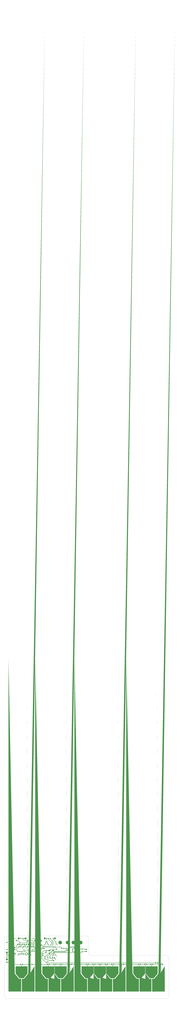
<source format=gbr>
%TF.GenerationSoftware,KiCad,Pcbnew,(6.0.7)*%
%TF.CreationDate,2023-07-12T13:06:09-04:00*%
%TF.ProjectId,Stylophone,5374796c-6f70-4686-9f6e-652e6b696361,rev?*%
%TF.SameCoordinates,Original*%
%TF.FileFunction,Copper,L1,Top*%
%TF.FilePolarity,Positive*%
%FSLAX46Y46*%
G04 Gerber Fmt 4.6, Leading zero omitted, Abs format (unit mm)*
G04 Created by KiCad (PCBNEW (6.0.7)) date 2023-07-12 13:06:09*
%MOMM*%
%LPD*%
G01*
G04 APERTURE LIST*
G04 Aperture macros list*
%AMRoundRect*
0 Rectangle with rounded corners*
0 $1 Rounding radius*
0 $2 $3 $4 $5 $6 $7 $8 $9 X,Y pos of 4 corners*
0 Add a 4 corners polygon primitive as box body*
4,1,4,$2,$3,$4,$5,$6,$7,$8,$9,$2,$3,0*
0 Add four circle primitives for the rounded corners*
1,1,$1+$1,$2,$3*
1,1,$1+$1,$4,$5*
1,1,$1+$1,$6,$7*
1,1,$1+$1,$8,$9*
0 Add four rect primitives between the rounded corners*
20,1,$1+$1,$2,$3,$4,$5,0*
20,1,$1+$1,$4,$5,$6,$7,0*
20,1,$1+$1,$6,$7,$8,$9,0*
20,1,$1+$1,$8,$9,$2,$3,0*%
%AMFreePoly0*
4,1,45,2.512662,7.087767,2.516726,7.088432,2.520033,7.086467,2.530782,7.084572,2.549099,7.069202,2.569656,7.056991,7.069656,1.556992,7.084947,1.529730,7.084757,1.514405,7.090000,1.500000,7.090000,-7.000000,7.087939,-7.011690,7.088633,-7.015628,7.086634,-7.019091,7.084572,-7.030782,7.069543,-7.048693,7.057851,-7.068944,7.050220,-7.071722,7.045000,-7.077942,7.021973,-7.082003,
7.000000,-7.090000,-7.000000,-7.090000,-7.011690,-7.087939,-7.015628,-7.088633,-7.019091,-7.086634,-7.030782,-7.084572,-7.048693,-7.069543,-7.068944,-7.057851,-7.071722,-7.050220,-7.077942,-7.045000,-7.082003,-7.021973,-7.090000,-7.000000,-7.090000,1.500000,-7.084572,1.530782,-7.074719,1.542524,-7.069656,1.556991,-2.569656,7.056991,-2.559911,7.065376,-2.557851,7.068944,-2.554235,7.070260,
-2.545963,7.077378,-2.522471,7.081821,-2.500000,7.090000,2.500000,7.090000,2.512662,7.087767,2.512662,7.087767,$1*%
%AMFreePoly1*
4,1,58,7.511690,15.087939,7.515628,15.088633,7.519091,15.086634,7.530782,15.084572,7.548693,15.069543,7.568944,15.057851,7.571722,15.050220,7.577942,15.045000,7.582003,15.021973,7.590000,15.000000,7.590000,-15.000000,7.587939,-15.011690,7.588633,-15.015628,7.586634,-15.019091,7.584572,-15.030782,7.569543,-15.048693,7.557851,-15.068944,7.550220,-15.071722,7.545000,-15.077942,7.521973,-15.082003,
7.500000,-15.090000,-7.500000,-15.090000,-7.511690,-15.087939,-7.515628,-15.088633,-7.519091,-15.086634,-7.530782,-15.084572,-7.548693,-15.069543,-7.568944,-15.057851,-7.571722,-15.050220,-7.577942,-15.045000,-7.582003,-15.021973,-7.590000,-15.000000,-7.590000,0.000000,-7.587939,0.011690,-7.588633,0.015628,-7.586634,0.019091,-7.584572,0.030782,-7.569543,0.048693,-7.557851,0.068944,-7.550220,0.071722,
-7.545000,0.077942,-7.521973,0.082003,-7.500000,0.090000,-5.042154,0.090000,-0.090000,6.032585,-0.090000,15.000000,-0.087939,15.011690,-0.088633,15.015628,-0.086634,15.019091,-0.084572,15.030782,-0.069543,15.048693,-0.057851,15.068944,-0.050220,15.071722,-0.045000,15.077942,-0.021973,15.082003,0.000000,15.090000,7.500000,15.090000,7.511690,15.087939,7.511690,15.087939,$1*%
%AMFreePoly2*
4,1,59,0.015347,6.087033,0.020445,6.087647,0.042347,6.073353,0.065682,6.061530,0.067700,6.056807,0.072000,6.054000,4.545000,0.090000,7.000000,0.090000,7.011690,0.087939,7.015628,0.088633,7.019091,0.086634,7.030782,0.084572,7.048693,0.069543,7.068944,0.057851,7.071722,0.050220,7.077942,0.045000,7.082003,0.021973,7.090000,0.000000,7.090000,-15.000000,7.087939,-15.011690,
7.088633,-15.015628,7.086634,-15.019091,7.084572,-15.030782,7.069543,-15.048693,7.057851,-15.068944,7.050220,-15.071722,7.045000,-15.077942,7.021973,-15.082003,7.000000,-15.090000,-7.000000,-15.090000,-7.011690,-15.087939,-7.015628,-15.088633,-7.019091,-15.086634,-7.030782,-15.084572,-7.048693,-15.069543,-7.068944,-15.057851,-7.071722,-15.050220,-7.077942,-15.045000,-7.082003,-15.021973,-7.090000,-15.000000,
-7.090000,0.000000,-7.087939,0.011690,-7.088633,0.015628,-7.086634,0.019091,-7.084572,0.030782,-7.069543,0.048693,-7.057851,0.068944,-7.050220,0.071722,-7.045000,0.077942,-7.021973,0.082003,-7.000000,0.090000,-4.545000,0.090000,-0.072000,6.054000,-0.049188,6.075369,-0.044188,6.076535,-0.040677,6.080283,-0.014710,6.083411,0.010765,6.089354,0.015347,6.087033,0.015347,6.087033,
$1*%
%AMFreePoly3*
4,1,58,0.011690,15.087939,0.015628,15.088633,0.019091,15.086634,0.030782,15.084572,0.048693,15.069543,0.068944,15.057851,0.071722,15.050220,0.077942,15.045000,0.082003,15.021973,0.090000,15.000000,0.090000,6.032585,5.042153,0.090000,7.500000,0.090000,7.511690,0.087939,7.515628,0.088633,7.519091,0.086634,7.530782,0.084572,7.548693,0.069543,7.568944,0.057851,7.571722,0.050220,
7.577942,0.045000,7.582003,0.021973,7.590000,0.000000,7.590000,-15.000000,7.587939,-15.011690,7.588633,-15.015628,7.586634,-15.019091,7.584572,-15.030782,7.569543,-15.048693,7.557851,-15.068944,7.550220,-15.071722,7.545000,-15.077942,7.521973,-15.082003,7.500000,-15.090000,-7.500000,-15.090000,-7.511690,-15.087939,-7.515628,-15.088633,-7.519091,-15.086634,-7.530782,-15.084572,-7.548693,-15.069543,
-7.568944,-15.057851,-7.571722,-15.050220,-7.577942,-15.045000,-7.582003,-15.021973,-7.590000,-15.000000,-7.590000,15.000000,-7.587939,15.011690,-7.588633,15.015628,-7.586634,15.019091,-7.584572,15.030782,-7.569543,15.048693,-7.557851,15.068944,-7.550220,15.071722,-7.545000,15.077942,-7.521973,15.082003,-7.500000,15.090000,0.000000,15.090000,0.011690,15.087939,0.011690,15.087939,$1*%
%AMFreePoly4*
4,1,6,1.000000,0.000000,0.500000,-0.750000,-0.500000,-0.750000,-0.500000,0.750000,0.500000,0.750000,1.000000,0.000000,1.000000,0.000000,$1*%
%AMFreePoly5*
4,1,6,0.500000,-0.750000,-0.650000,-0.750000,-0.150000,0.000000,-0.650000,0.750000,0.500000,0.750000,0.500000,-0.750000,0.500000,-0.750000,$1*%
G04 Aperture macros list end*
%TA.AperFunction,Profile*%
%ADD10C,0.100000*%
%TD*%
%TA.AperFunction,SMDPad,CuDef*%
%ADD11RoundRect,0.250000X0.750000X-0.250000X0.750000X0.250000X-0.750000X0.250000X-0.750000X-0.250000X0*%
%TD*%
%TA.AperFunction,SMDPad,CuDef*%
%ADD12FreePoly0,180.000000*%
%TD*%
%TA.AperFunction,SMDPad,CuDef*%
%ADD13FreePoly1,0.000000*%
%TD*%
%TA.AperFunction,SMDPad,CuDef*%
%ADD14RoundRect,0.250000X0.450000X-0.350000X0.450000X0.350000X-0.450000X0.350000X-0.450000X-0.350000X0*%
%TD*%
%TA.AperFunction,ComponentPad*%
%ADD15C,1.300000*%
%TD*%
%TA.AperFunction,ComponentPad*%
%ADD16C,2.250000*%
%TD*%
%TA.AperFunction,SMDPad,CuDef*%
%ADD17C,1.500000*%
%TD*%
%TA.AperFunction,SMDPad,CuDef*%
%ADD18RoundRect,0.250000X0.350000X0.450000X-0.350000X0.450000X-0.350000X-0.450000X0.350000X-0.450000X0*%
%TD*%
%TA.AperFunction,SMDPad,CuDef*%
%ADD19RoundRect,0.250000X-0.350000X-0.450000X0.350000X-0.450000X0.350000X0.450000X-0.350000X0.450000X0*%
%TD*%
%TA.AperFunction,SMDPad,CuDef*%
%ADD20RoundRect,0.250000X-0.337500X-0.475000X0.337500X-0.475000X0.337500X0.475000X-0.337500X0.475000X0*%
%TD*%
%TA.AperFunction,SMDPad,CuDef*%
%ADD21RoundRect,0.150000X0.150000X-0.587500X0.150000X0.587500X-0.150000X0.587500X-0.150000X-0.587500X0*%
%TD*%
%TA.AperFunction,SMDPad,CuDef*%
%ADD22RoundRect,0.250000X0.250000X0.750000X-0.250000X0.750000X-0.250000X-0.750000X0.250000X-0.750000X0*%
%TD*%
%TA.AperFunction,SMDPad,CuDef*%
%ADD23RoundRect,0.237500X-0.237500X0.300000X-0.237500X-0.300000X0.237500X-0.300000X0.237500X0.300000X0*%
%TD*%
%TA.AperFunction,SMDPad,CuDef*%
%ADD24RoundRect,0.150000X-0.587500X-0.150000X0.587500X-0.150000X0.587500X0.150000X-0.587500X0.150000X0*%
%TD*%
%TA.AperFunction,SMDPad,CuDef*%
%ADD25FreePoly2,0.000000*%
%TD*%
%TA.AperFunction,ComponentPad*%
%ADD26C,1.500000*%
%TD*%
%TA.AperFunction,ComponentPad*%
%ADD27C,4.260000*%
%TD*%
%TA.AperFunction,SMDPad,CuDef*%
%ADD28R,2.350000X1.550000*%
%TD*%
%TA.AperFunction,SMDPad,CuDef*%
%ADD29RoundRect,0.250000X-0.450000X0.350000X-0.450000X-0.350000X0.450000X-0.350000X0.450000X0.350000X0*%
%TD*%
%TA.AperFunction,SMDPad,CuDef*%
%ADD30RoundRect,0.237500X0.300000X0.237500X-0.300000X0.237500X-0.300000X-0.237500X0.300000X-0.237500X0*%
%TD*%
%TA.AperFunction,SMDPad,CuDef*%
%ADD31RoundRect,0.237500X-0.300000X-0.237500X0.300000X-0.237500X0.300000X0.237500X-0.300000X0.237500X0*%
%TD*%
%TA.AperFunction,SMDPad,CuDef*%
%ADD32FreePoly3,0.000000*%
%TD*%
%TA.AperFunction,ComponentPad*%
%ADD33R,1.500000X1.500000*%
%TD*%
%TA.AperFunction,ComponentPad*%
%ADD34R,1.500000X1.050000*%
%TD*%
%TA.AperFunction,ComponentPad*%
%ADD35O,1.500000X1.050000*%
%TD*%
%TA.AperFunction,SMDPad,CuDef*%
%ADD36RoundRect,0.250000X-1.500000X-0.550000X1.500000X-0.550000X1.500000X0.550000X-1.500000X0.550000X0*%
%TD*%
%TA.AperFunction,SMDPad,CuDef*%
%ADD37RoundRect,0.250000X0.337500X0.475000X-0.337500X0.475000X-0.337500X-0.475000X0.337500X-0.475000X0*%
%TD*%
%TA.AperFunction,SMDPad,CuDef*%
%ADD38R,1.200000X0.900000*%
%TD*%
%TA.AperFunction,SMDPad,CuDef*%
%ADD39RoundRect,0.250000X-0.750000X0.250000X-0.750000X-0.250000X0.750000X-0.250000X0.750000X0.250000X0*%
%TD*%
%TA.AperFunction,SMDPad,CuDef*%
%ADD40RoundRect,0.237500X0.237500X-0.300000X0.237500X0.300000X-0.237500X0.300000X-0.237500X-0.300000X0*%
%TD*%
%TA.AperFunction,SMDPad,CuDef*%
%ADD41FreePoly4,270.000000*%
%TD*%
%TA.AperFunction,SMDPad,CuDef*%
%ADD42FreePoly5,270.000000*%
%TD*%
%TA.AperFunction,SMDPad,CuDef*%
%ADD43RoundRect,0.070000X-0.530000X0.280000X-0.530000X-0.280000X0.530000X-0.280000X0.530000X0.280000X0*%
%TD*%
%TA.AperFunction,SMDPad,CuDef*%
%ADD44RoundRect,0.076000X-0.524000X0.304000X-0.524000X-0.304000X0.524000X-0.304000X0.524000X0.304000X0*%
%TD*%
%TA.AperFunction,SMDPad,CuDef*%
%ADD45RoundRect,0.080000X-0.520000X0.320000X-0.520000X-0.320000X0.520000X-0.320000X0.520000X0.320000X0*%
%TD*%
%TA.AperFunction,ComponentPad*%
%ADD46O,1.700000X1.100000*%
%TD*%
%TA.AperFunction,ViaPad*%
%ADD47C,0.800000*%
%TD*%
%TA.AperFunction,Conductor*%
%ADD48C,0.400000*%
%TD*%
%TA.AperFunction,Conductor*%
%ADD49C,0.250000*%
%TD*%
G04 APERTURE END LIST*
D10*
X26000000Y-85500000D02*
X120000000Y-85500000D01*
X26000000Y-85500000D02*
G75*
G03*
X22500000Y-89000000I0J-3500000D01*
G01*
X216000000Y-160480000D02*
X26000000Y-160500000D01*
X216000000Y-108720000D02*
X127000000Y-108740000D01*
X216000000Y-160480000D02*
G75*
G03*
X219500000Y-156980000I0J3500000D01*
G01*
X123500000Y-105240000D02*
G75*
G03*
X127000000Y-108740000I3500000J0D01*
G01*
X22500000Y-157000000D02*
G75*
G03*
X26000000Y-160500000I3500000J0D01*
G01*
X123500000Y-89000000D02*
X123500000Y-105240000D01*
X219500000Y-112220000D02*
G75*
G03*
X216000000Y-108720000I-3500000J0D01*
G01*
X22500000Y-89000000D02*
X22500000Y-157000000D01*
X123500000Y-89000000D02*
G75*
G03*
X120000000Y-85500000I-3500000J0D01*
G01*
X219500000Y-156980000D02*
X219500000Y-112220000D01*
D11*
%TO.P,J25,1,Pin_1*%
%TO.N,Net-(DFB1-Pad1)*%
X120500000Y-101500000D03*
%TD*%
D12*
%TO.P,J9,1,Pin_1*%
%TO.N,Net-(J9-Pad1)*%
X75000000Y-129000000D03*
%TD*%
D13*
%TO.P,J12,1,Pin_1*%
%TO.N,Net-(J12-Pad1)*%
X98000000Y-137000000D03*
%TD*%
D14*
%TO.P,RP1,1*%
%TO.N,+5V*%
X68500000Y-108750000D03*
%TO.P,RP1,2*%
%TO.N,VIB_SIG*%
X68500000Y-106750000D03*
%TD*%
D15*
%TO.P,SW2,1,A*%
%TO.N,unconnected-(SW2-Pad1)*%
X45750000Y-88396360D03*
%TO.P,SW2,2,B*%
%TO.N,Net-(COS3-Pad2)*%
X43750000Y-88396360D03*
%TO.P,SW2,3,C*%
%TO.N,GND*%
X41750000Y-88396360D03*
D16*
%TO.P,SW2,4*%
%TO.N,N/C*%
X47850000Y-88396360D03*
%TO.P,SW2,5*%
X39650000Y-88396360D03*
%TD*%
D17*
%TO.P,TPOS2,1,1*%
%TO.N,Net-(CMX1-Pad1)*%
X60000000Y-96500000D03*
%TD*%
D18*
%TO.P,RL2,1*%
%TO.N,Net-(RL1-Pad2)*%
X212000000Y-119500000D03*
%TO.P,RL2,2*%
%TO.N,Net-(J15-Pad1)*%
X210000000Y-119500000D03*
%TD*%
%TO.P,RL3,1*%
%TO.N,Net-(J15-Pad1)*%
X199845000Y-119500000D03*
%TO.P,RL3,2*%
%TO.N,Net-(J16-Pad1)*%
X197845000Y-119500000D03*
%TD*%
D19*
%TO.P,RL1,1*%
%TO.N,RESISTOR_MODULE*%
X203750000Y-117750000D03*
%TO.P,RL1,2*%
%TO.N,Net-(RL1-Pad2)*%
X205750000Y-117750000D03*
%TD*%
D20*
%TO.P,CMX1,1*%
%TO.N,Net-(CMX1-Pad1)*%
X55682500Y-103550000D03*
%TO.P,CMX1,2*%
%TO.N,Net-(CMX1-Pad2)*%
X57757500Y-103550000D03*
%TD*%
D19*
%TO.P,RL18,1*%
%TO.N,Net-(J8-Pad1)*%
X62500000Y-119500000D03*
%TO.P,RL18,2*%
%TO.N,Net-(J9-Pad1)*%
X64500000Y-119500000D03*
%TD*%
D21*
%TO.P,Q4,1,B*%
%TO.N,Net-(COS3-Pad2)*%
X54550000Y-95737500D03*
%TO.P,Q4,2,E*%
%TO.N,Net-(Q4-Pad2)*%
X56450000Y-95737500D03*
%TO.P,Q4,3,C*%
%TO.N,Net-(COS1-Pad1)*%
X55500000Y-93862500D03*
%TD*%
D18*
%TO.P,RL10,1*%
%TO.N,Net-(J22-Pad1)*%
X138000000Y-119500000D03*
%TO.P,RL10,2*%
%TO.N,Net-(J23-Pad1)*%
X136000000Y-119500000D03*
%TD*%
D13*
%TO.P,J20,1,Pin_1*%
%TO.N,Net-(J20-Pad1)*%
X160000000Y-137000000D03*
%TD*%
D22*
%TO.P,J3,1,Pin_1*%
%TO.N,GND*%
X33500000Y-88500000D03*
%TD*%
D21*
%TO.P,Q3,1,G*%
%TO.N,Net-(Q3-Pad1)*%
X81300000Y-108187500D03*
%TO.P,Q3,2,S*%
%TO.N,+5V*%
X83200000Y-108187500D03*
%TO.P,Q3,3,D*%
%TO.N,Net-(DFB1-Pad1)*%
X82250000Y-106312500D03*
%TD*%
D19*
%TO.P,RL12,1*%
%TO.N,Net-(J14-Pad1)*%
X121095000Y-119500000D03*
%TO.P,RL12,2*%
%TO.N,Net-(J24-Pad1)*%
X123095000Y-119500000D03*
%TD*%
D18*
%TO.P,RL5,1*%
%TO.N,Net-(J17-Pad1)*%
X185250000Y-119500000D03*
%TO.P,RL5,2*%
%TO.N,Net-(J18-Pad1)*%
X183250000Y-119500000D03*
%TD*%
D21*
%TO.P,Q5,1,B*%
%TO.N,Net-(COS5-Pad2)*%
X44800000Y-104237500D03*
%TO.P,Q5,2,E*%
%TO.N,Net-(Q5-Pad2)*%
X46700000Y-104237500D03*
%TO.P,Q5,3,C*%
%TO.N,Net-(CMX1-Pad1)*%
X45750000Y-102362500D03*
%TD*%
D19*
%TO.P,RL14,1*%
%TO.N,Net-(J12-Pad1)*%
X101000000Y-119500000D03*
%TO.P,RL14,2*%
%TO.N,Net-(J13-Pad1)*%
X103000000Y-119500000D03*
%TD*%
D17*
%TO.P,TPCAP1,1,1*%
%TO.N,RESISTOR_MODULE*%
X66750000Y-96500000D03*
%TD*%
%TO.P,TPVO3,1,1*%
%TO.N,Net-(Q3-Pad1)*%
X100000000Y-103000000D03*
%TD*%
D12*
%TO.P,J21,1,Pin_1*%
%TO.N,Net-(J21-Pad1)*%
X152000000Y-129000000D03*
%TD*%
%TO.P,J6,1,Pin_1*%
%TO.N,Net-(J6-Pad1)*%
X43000000Y-129000000D03*
%TD*%
D23*
%TO.P,CA1,1*%
%TO.N,Net-(CA1-Pad1)*%
X77000000Y-109887500D03*
%TO.P,CA1,2*%
%TO.N,GND*%
X77000000Y-111612500D03*
%TD*%
D13*
%TO.P,J7,1,Pin_1*%
%TO.N,Net-(J7-Pad1)*%
X51000000Y-137000000D03*
%TD*%
D18*
%TO.P,RL4,1*%
%TO.N,Net-(J16-Pad1)*%
X192750000Y-119500000D03*
%TO.P,RL4,2*%
%TO.N,Net-(J17-Pad1)*%
X190750000Y-119500000D03*
%TD*%
D14*
%TO.P,RD1,1*%
%TO.N,GND*%
X72437500Y-105000000D03*
%TO.P,RD1,2*%
%TO.N,Net-(Q1-Pad3)*%
X72437500Y-103000000D03*
%TD*%
D19*
%TO.P,RE3,1*%
%TO.N,Net-(Q5-Pad2)*%
X50750000Y-107050000D03*
%TO.P,RE3,2*%
%TO.N,GND*%
X52750000Y-107050000D03*
%TD*%
D24*
%TO.P,Q2,1,B*%
%TO.N,Net-(Q2-Pad1)*%
X74812500Y-114050000D03*
%TO.P,Q2,2,E*%
%TO.N,GND*%
X74812500Y-115950000D03*
%TO.P,Q2,3,C*%
%TO.N,Net-(Q2-Pad3)*%
X76687500Y-115000000D03*
%TD*%
D11*
%TO.P,J26,1,Pin_1*%
%TO.N,GND*%
X120500000Y-104000000D03*
%TD*%
D18*
%TO.P,RB4,1*%
%TO.N,Net-(COS5-Pad2)*%
X42250000Y-107050000D03*
%TO.P,RB4,2*%
%TO.N,GND*%
X40250000Y-107050000D03*
%TD*%
D25*
%TO.P,J17,1,Pin_1*%
%TO.N,Net-(J17-Pad1)*%
X191500000Y-136990000D03*
%TD*%
D18*
%TO.P,RB3,1*%
%TO.N,+5V*%
X47500000Y-107050000D03*
%TO.P,RB3,2*%
%TO.N,Net-(COS5-Pad2)*%
X45500000Y-107050000D03*
%TD*%
D23*
%TO.P,CA2,1*%
%TO.N,Net-(CA2-Pad1)*%
X74000000Y-109887500D03*
%TO.P,CA2,2*%
%TO.N,GND*%
X74000000Y-111612500D03*
%TD*%
D18*
%TO.P,ROS1,1*%
%TO.N,Net-(COS1-Pad2)*%
X42300000Y-98330000D03*
%TO.P,ROS1,2*%
%TO.N,GND*%
X40300000Y-98330000D03*
%TD*%
D26*
%TO.P,VR1,1,CCW*%
%TO.N,Net-(RP2-Pad2)*%
X91250000Y-100375000D03*
%TO.P,VR1,2,WIPER*%
%TO.N,GND*%
X93750000Y-100375000D03*
%TO.P,VR1,3,CW*%
%TO.N,unconnected-(VR1-Pad3)*%
X96250000Y-100375000D03*
D27*
%TO.P,VR1,MH1,MH1*%
%TO.N,unconnected-(VR1-PadMH1)*%
X89350000Y-93375000D03*
%TO.P,VR1,MH2,MH2*%
%TO.N,unconnected-(VR1-PadMH2)*%
X98150000Y-93375000D03*
%TD*%
D28*
%TO.P,DAT1,1,K*%
%TO.N,Net-(CA1-Pad1)*%
X80750000Y-103000000D03*
%TO.P,DAT1,2,A*%
%TO.N,Net-(Q1-Pad3)*%
X76450000Y-103000000D03*
%TD*%
D23*
%TO.P,CMB1,1*%
%TO.N,Net-(CMB1-Pad1)*%
X79500000Y-93137500D03*
%TO.P,CMB1,2*%
%TO.N,GND*%
X79500000Y-94862500D03*
%TD*%
D25*
%TO.P,J24,1,Pin_1*%
%TO.N,Net-(J24-Pad1)*%
X129500000Y-137000000D03*
%TD*%
%TO.P,J22,1,Pin_1*%
%TO.N,Net-(J22-Pad1)*%
X144500000Y-137000000D03*
%TD*%
D18*
%TO.P,RL6,1*%
%TO.N,Net-(J18-Pad1)*%
X173500000Y-119500000D03*
%TO.P,RL6,2*%
%TO.N,Net-(J19-Pad1)*%
X171500000Y-119500000D03*
%TD*%
D29*
%TO.P,R1,1*%
%TO.N,Net-(J1-PadB5)*%
X32750000Y-99500000D03*
%TO.P,R1,2*%
%TO.N,GND*%
X32750000Y-101500000D03*
%TD*%
D18*
%TO.P,RL8,1*%
%TO.N,Net-(J20-Pad1)*%
X153095000Y-119500000D03*
%TO.P,RL8,2*%
%TO.N,Net-(J21-Pad1)*%
X151095000Y-119500000D03*
%TD*%
D12*
%TO.P,J16,1,Pin_1*%
%TO.N,Net-(J16-Pad1)*%
X199000000Y-129000000D03*
%TD*%
D20*
%TO.P,COS1,1*%
%TO.N,Net-(COS1-Pad1)*%
X38490693Y-95799856D03*
%TO.P,COS1,2*%
%TO.N,Net-(COS1-Pad2)*%
X40565693Y-95799856D03*
%TD*%
D17*
%TO.P,TPVO1,1,1*%
%TO.N,Net-(Q1-Pad3)*%
X85000000Y-101250000D03*
%TD*%
D30*
%TO.P,CC1,1*%
%TO.N,+5V*%
X32612500Y-110500000D03*
%TO.P,CC1,2*%
%TO.N,GND*%
X30887500Y-110500000D03*
%TD*%
D25*
%TO.P,J10,1,Pin_1*%
%TO.N,Net-(J10-Pad1)*%
X82500000Y-137000000D03*
%TD*%
D17*
%TO.P,TPVO2,1,1*%
%TO.N,Net-(Q2-Pad3)*%
X81500000Y-115250000D03*
%TD*%
D31*
%TO.P,COS5,1*%
%TO.N,Net-(COS1-Pad1)*%
X38665693Y-104050000D03*
%TO.P,COS5,2*%
%TO.N,Net-(COS5-Pad2)*%
X40390693Y-104050000D03*
%TD*%
D19*
%TO.P,RL15,1*%
%TO.N,Net-(J11-Pad1)*%
X89250000Y-119500000D03*
%TO.P,RL15,2*%
%TO.N,Net-(J12-Pad1)*%
X91250000Y-119500000D03*
%TD*%
D32*
%TO.P,J19,1,Pin_1*%
%TO.N,Net-(J19-Pad1)*%
X176000000Y-137000000D03*
%TD*%
D12*
%TO.P,J14,1,Pin_1*%
%TO.N,Net-(J14-Pad1)*%
X122000000Y-129000000D03*
%TD*%
D15*
%TO.P,SW1,1,A*%
%TO.N,Net-(D1-Pad1)*%
X25500000Y-107500000D03*
%TO.P,SW1,2,B*%
%TO.N,+5V*%
X25500000Y-109500000D03*
%TO.P,SW1,3,C*%
%TO.N,unconnected-(SW1-Pad3)*%
X25500000Y-111500000D03*
D16*
%TO.P,SW1,4*%
%TO.N,N/C*%
X25500000Y-105400000D03*
%TO.P,SW1,5*%
X25500000Y-113600000D03*
%TD*%
D19*
%TO.P,RMX1,1*%
%TO.N,Net-(CMX1-Pad2)*%
X60500000Y-103550000D03*
%TO.P,RMX1,2*%
%TO.N,VIB_SIG*%
X62500000Y-103550000D03*
%TD*%
D33*
%TO.P,VR2,1,CCW*%
%TO.N,Net-(RFD1-Pad2)*%
X107000000Y-100375000D03*
D26*
%TO.P,VR2,2,WIPER*%
%TO.N,Net-(Q3-Pad1)*%
X109500000Y-100375000D03*
%TO.P,VR2,3,CW*%
%TO.N,Net-(Q2-Pad3)*%
X112000000Y-100375000D03*
D27*
%TO.P,VR2,MH1,MH1*%
%TO.N,unconnected-(VR2-PadMH1)*%
X105100000Y-93375000D03*
%TO.P,VR2,MH2,MH2*%
%TO.N,unconnected-(VR2-PadMH2)*%
X113900000Y-93375000D03*
%TD*%
D19*
%TO.P,RL17,1*%
%TO.N,Net-(J9-Pad1)*%
X74000000Y-119500000D03*
%TO.P,RL17,2*%
%TO.N,Net-(J10-Pad1)*%
X76000000Y-119500000D03*
%TD*%
D34*
%TO.P,Q1,1,Anode*%
%TO.N,RESISTOR_MODULE*%
X64570000Y-109520000D03*
D35*
%TO.P,Q1,2,Gate*%
%TO.N,VIB_SIG*%
X64570000Y-108250000D03*
%TO.P,Q1,3,Cathode*%
%TO.N,Net-(Q1-Pad3)*%
X64570000Y-106980000D03*
%TD*%
D19*
%TO.P,RL19,1*%
%TO.N,Net-(J7-Pad1)*%
X53500000Y-119500000D03*
%TO.P,RL19,2*%
%TO.N,Net-(J8-Pad1)*%
X55500000Y-119500000D03*
%TD*%
D17*
%TO.P,TPOS1,1,1*%
%TO.N,Net-(COS1-Pad1)*%
X36750000Y-91000000D03*
%TD*%
D13*
%TO.P,J15,1,Pin_1*%
%TO.N,Net-(J15-Pad1)*%
X207000000Y-137000000D03*
%TD*%
D18*
%TO.P,ROS2,1*%
%TO.N,Net-(COS2-Pad2)*%
X47380000Y-98330000D03*
%TO.P,ROS2,2*%
%TO.N,GND*%
X45380000Y-98330000D03*
%TD*%
D36*
%TO.P,COS4,1*%
%TO.N,Net-(COS4-Pad1)*%
X60300000Y-91300000D03*
%TO.P,COS4,2*%
%TO.N,GND*%
X65700000Y-91300000D03*
%TD*%
D15*
%TO.P,SW3,1,1*%
%TO.N,Net-(CHB1-Pad1)*%
X81000000Y-88396360D03*
%TO.P,SW3,2,2*%
%TO.N,RESISTOR_MODULE*%
X77000000Y-88396360D03*
%TO.P,SW3,3,3*%
%TO.N,Net-(CMB1-Pad1)*%
X75000000Y-88396360D03*
%TO.P,SW3,4,4*%
%TO.N,Net-(CLB1-Pad2)*%
X73000000Y-88396360D03*
D16*
%TO.P,SW3,MH1*%
%TO.N,N/C*%
X83100000Y-88396360D03*
%TO.P,SW3,MH2*%
X70900000Y-88396360D03*
%TD*%
D37*
%TO.P,CC2,1*%
%TO.N,+5V*%
X32787500Y-112750000D03*
%TO.P,CC2,2*%
%TO.N,GND*%
X30712500Y-112750000D03*
%TD*%
D14*
%TO.P,RFD1,1*%
%TO.N,+5V*%
X104250000Y-103500000D03*
%TO.P,RFD1,2*%
%TO.N,Net-(RFD1-Pad2)*%
X104250000Y-101500000D03*
%TD*%
D38*
%TO.P,DFB1,1,K*%
%TO.N,Net-(DFB1-Pad1)*%
X116000000Y-101100000D03*
%TO.P,DFB1,2,A*%
%TO.N,GND*%
X116000000Y-104400000D03*
%TD*%
D32*
%TO.P,J13,1,Pin_1*%
%TO.N,Net-(J13-Pad1)*%
X114000000Y-137000000D03*
%TD*%
D20*
%TO.P,COS3,1*%
%TO.N,Net-(COS2-Pad2)*%
X48962500Y-95790000D03*
%TO.P,COS3,2*%
%TO.N,Net-(COS3-Pad2)*%
X51037500Y-95790000D03*
%TD*%
D18*
%TO.P,RB2,1*%
%TO.N,Net-(COS3-Pad2)*%
X52460000Y-98330000D03*
%TO.P,RB2,2*%
%TO.N,GND*%
X50460000Y-98330000D03*
%TD*%
D14*
%TO.P,RC2,1*%
%TO.N,+5V*%
X51750000Y-104550000D03*
%TO.P,RC2,2*%
%TO.N,Net-(CMX1-Pad1)*%
X51750000Y-102550000D03*
%TD*%
D19*
%TO.P,RL16,1*%
%TO.N,Net-(J10-Pad1)*%
X82000000Y-119500000D03*
%TO.P,RL16,2*%
%TO.N,Net-(J11-Pad1)*%
X84000000Y-119500000D03*
%TD*%
D32*
%TO.P,J5,1,Pin_1*%
%TO.N,Net-(J5-Pad1)*%
X35000000Y-137000000D03*
%TD*%
D23*
%TO.P,CLB2,1*%
%TO.N,Net-(CLB1-Pad2)*%
X74000000Y-93137500D03*
%TO.P,CLB2,2*%
%TO.N,GND*%
X74000000Y-94862500D03*
%TD*%
D12*
%TO.P,J23,1,Pin_1*%
%TO.N,Net-(J23-Pad1)*%
X137000000Y-129000000D03*
%TD*%
D39*
%TO.P,J4,1,Pin_1*%
%TO.N,+5V*%
X25400000Y-116840000D03*
%TD*%
D18*
%TO.P,RB1,1*%
%TO.N,+5V*%
X57500000Y-98330000D03*
%TO.P,RB1,2*%
%TO.N,Net-(COS3-Pad2)*%
X55500000Y-98330000D03*
%TD*%
D20*
%TO.P,COS2,1*%
%TO.N,Net-(COS1-Pad2)*%
X43882500Y-95790000D03*
%TO.P,COS2,2*%
%TO.N,Net-(COS2-Pad2)*%
X45957500Y-95790000D03*
%TD*%
D18*
%TO.P,RI2,1*%
%TO.N,+5V*%
X82250000Y-111750000D03*
%TO.P,RI2,2*%
%TO.N,Net-(Q2-Pad3)*%
X80250000Y-111750000D03*
%TD*%
D19*
%TO.P,RL21,1*%
%TO.N,Net-(J5-Pad1)*%
X30000000Y-119500000D03*
%TO.P,RL21,2*%
%TO.N,Net-(J6-Pad1)*%
X32000000Y-119500000D03*
%TD*%
D17*
%TO.P,TPVCC1,1,1*%
%TO.N,+5V*%
X35250000Y-106500000D03*
%TD*%
D19*
%TO.P,RP2,1*%
%TO.N,VIB_SIG*%
X81000000Y-98750000D03*
%TO.P,RP2,2*%
%TO.N,Net-(RP2-Pad2)*%
X83000000Y-98750000D03*
%TD*%
D38*
%TO.P,D1,1,K*%
%TO.N,Net-(D1-Pad1)*%
X31000000Y-107400000D03*
%TO.P,D1,2,A*%
%TO.N,Net-(D1-Pad2)*%
X31000000Y-104100000D03*
%TD*%
D18*
%TO.P,RL7,1*%
%TO.N,Net-(J19-Pad1)*%
X165000000Y-119500000D03*
%TO.P,RL7,2*%
%TO.N,Net-(J20-Pad1)*%
X163000000Y-119500000D03*
%TD*%
D23*
%TO.P,CHB1,1*%
%TO.N,Net-(CHB1-Pad1)*%
X84250000Y-93137500D03*
%TO.P,CHB1,2*%
%TO.N,GND*%
X84250000Y-94862500D03*
%TD*%
D17*
%TO.P,TPMX1,1,1*%
%TO.N,VIB_SIG*%
X70000000Y-100500000D03*
%TD*%
D12*
%TO.P,J18,1,Pin_1*%
%TO.N,Net-(J18-Pad1)*%
X184000000Y-129000000D03*
%TD*%
D40*
%TO.P,CLB1,1*%
%TO.N,GND*%
X72000000Y-94862500D03*
%TO.P,CLB1,2*%
%TO.N,Net-(CLB1-Pad2)*%
X72000000Y-93137500D03*
%TD*%
D19*
%TO.P,RE2,1*%
%TO.N,Net-(COS4-Pad1)*%
X62250000Y-98300000D03*
%TO.P,RE2,2*%
%TO.N,GND*%
X64250000Y-98300000D03*
%TD*%
%TO.P,RC1,1*%
%TO.N,+5V*%
X50460000Y-91750000D03*
%TO.P,RC1,2*%
%TO.N,Net-(COS1-Pad1)*%
X52460000Y-91750000D03*
%TD*%
D18*
%TO.P,RL9,1*%
%TO.N,Net-(J21-Pad1)*%
X145595000Y-119500000D03*
%TO.P,RL9,2*%
%TO.N,Net-(J22-Pad1)*%
X143595000Y-119500000D03*
%TD*%
D22*
%TO.P,J2,1,Pin_1*%
%TO.N,+5V*%
X31730000Y-88500000D03*
%TD*%
D41*
%TO.P,JP1,1,A*%
%TO.N,Net-(CA1-Pad1)*%
X76750000Y-105775000D03*
D42*
%TO.P,JP1,2,B*%
%TO.N,Net-(CA2-Pad1)*%
X76750000Y-107225000D03*
%TD*%
D43*
%TO.P,J1,A5,CC1*%
%TO.N,Net-(J1-PadA5)*%
X29480000Y-97000000D03*
D44*
%TO.P,J1,A9,VBUS*%
%TO.N,Net-(D1-Pad2)*%
X29480000Y-99020000D03*
D45*
%TO.P,J1,A12,GND*%
%TO.N,GND*%
X29480000Y-100250000D03*
D43*
%TO.P,J1,B5,CC2*%
%TO.N,Net-(J1-PadB5)*%
X29480000Y-98000000D03*
D44*
%TO.P,J1,B9,VBUS*%
%TO.N,Net-(D1-Pad2)*%
X29480000Y-95980000D03*
D45*
%TO.P,J1,B12,GND*%
%TO.N,GND*%
X29480000Y-94750000D03*
D46*
%TO.P,J1,S1,SHIELD*%
X25600000Y-93180000D03*
X29400000Y-101820000D03*
X25600000Y-101820000D03*
X29400000Y-93180000D03*
%TD*%
D12*
%TO.P,J11,1,Pin_1*%
%TO.N,Net-(J11-Pad1)*%
X90000000Y-129000000D03*
%TD*%
D18*
%TO.P,RL11,1*%
%TO.N,Net-(J23-Pad1)*%
X130750000Y-119500000D03*
%TO.P,RL11,2*%
%TO.N,Net-(J24-Pad1)*%
X128750000Y-119500000D03*
%TD*%
D19*
%TO.P,RL13,1*%
%TO.N,Net-(J13-Pad1)*%
X109500000Y-119500000D03*
%TO.P,RL13,2*%
%TO.N,Net-(J14-Pad1)*%
X111500000Y-119500000D03*
%TD*%
D29*
%TO.P,R2,1*%
%TO.N,Net-(J1-PadA5)*%
X35000000Y-99500000D03*
%TO.P,R2,2*%
%TO.N,GND*%
X35000000Y-101500000D03*
%TD*%
%TO.P,RI1,1*%
%TO.N,Net-(CA1-Pad1)*%
X71000000Y-110500000D03*
%TO.P,RI1,2*%
%TO.N,Net-(Q2-Pad1)*%
X71000000Y-112500000D03*
%TD*%
D19*
%TO.P,RL20,1*%
%TO.N,Net-(J6-Pad1)*%
X42000000Y-119500000D03*
%TO.P,RL20,2*%
%TO.N,Net-(J7-Pad1)*%
X44000000Y-119500000D03*
%TD*%
D32*
%TO.P,J8,1,Pin_1*%
%TO.N,Net-(J8-Pad1)*%
X67000000Y-137000000D03*
%TD*%
D47*
%TO.N,GND*%
X38750000Y-108550000D03*
X75500000Y-96250000D03*
X70937500Y-106500000D03*
X70500000Y-96250000D03*
X85750000Y-96250000D03*
X35250000Y-88250000D03*
X73250000Y-117000000D03*
X54250000Y-108550000D03*
X44150000Y-100070000D03*
X114250000Y-105750000D03*
X29250000Y-113250000D03*
X33850000Y-103075000D03*
X77750000Y-96250000D03*
X49400000Y-100070000D03*
X38900000Y-100050000D03*
X65500000Y-100050000D03*
X78500000Y-112750000D03*
%TO.N,+5V*%
X48750000Y-92750000D03*
X106250000Y-104500000D03*
X83500000Y-113500000D03*
X58750000Y-100050000D03*
X67250000Y-110500000D03*
X35250000Y-108500000D03*
X84750000Y-109500000D03*
X54000000Y-105300000D03*
X30000000Y-88250000D03*
X49000000Y-108550000D03*
X27750000Y-116850000D03*
X34250000Y-113250000D03*
%TO.N,Net-(COS4-Pad1)*%
X56500000Y-88500000D03*
%TO.N,Net-(Q4-Pad2)*%
X57000000Y-93500000D03*
%TD*%
D48*
%TO.N,GND*%
X85750000Y-95750000D02*
X84862500Y-94862500D01*
X75500000Y-96250000D02*
X75500000Y-95750000D01*
X35000000Y-88500000D02*
X33500000Y-88500000D01*
X29480000Y-93260000D02*
X29400000Y-93180000D01*
X29250000Y-113250000D02*
X29750000Y-112750000D01*
X65000000Y-98300000D02*
X64250000Y-98300000D01*
X116000000Y-104400000D02*
X117850000Y-104400000D01*
X54250000Y-108550000D02*
X54250000Y-107800000D01*
X35250000Y-88250000D02*
X35000000Y-88500000D01*
X73250000Y-116500000D02*
X73800000Y-115950000D01*
X118250000Y-104000000D02*
X120500000Y-104000000D01*
X29480000Y-101740000D02*
X29400000Y-101820000D01*
X29480000Y-100250000D02*
X29480000Y-101740000D01*
X64250000Y-92750000D02*
X65700000Y-91300000D01*
X39500000Y-107050000D02*
X40250000Y-107050000D01*
X29480000Y-94750000D02*
X29480000Y-93260000D01*
X114250000Y-105750000D02*
X114250000Y-105000000D01*
X73250000Y-117000000D02*
X73250000Y-116500000D01*
X65500000Y-100050000D02*
X65500000Y-98800000D01*
X70937500Y-105625000D02*
X71562500Y-105000000D01*
X38900000Y-99150000D02*
X39720000Y-98330000D01*
X114250000Y-105000000D02*
X114850000Y-104400000D01*
X30712500Y-112750000D02*
X30887500Y-112575000D01*
X54250000Y-107800000D02*
X53500000Y-107050000D01*
X33850000Y-102600000D02*
X32750000Y-101500000D01*
X78637500Y-94862500D02*
X79500000Y-94862500D01*
X44720000Y-98330000D02*
X45380000Y-98330000D01*
X77750000Y-95750000D02*
X78637500Y-94862500D01*
X38750000Y-108550000D02*
X38750000Y-107800000D01*
X65500000Y-98800000D02*
X65000000Y-98300000D01*
X71387500Y-94862500D02*
X70500000Y-95750000D01*
X49400000Y-98900000D02*
X49400000Y-100070000D01*
X38900000Y-100050000D02*
X38900000Y-99150000D01*
X75500000Y-95750000D02*
X74612500Y-94862500D01*
X34975000Y-101500000D02*
X35000000Y-101500000D01*
X44150000Y-100070000D02*
X44150000Y-98900000D01*
X64250000Y-98300000D02*
X64250000Y-92750000D01*
X53500000Y-107050000D02*
X52750000Y-107050000D01*
X30887500Y-112575000D02*
X30887500Y-110500000D01*
X78500000Y-112000000D02*
X78112500Y-111612500D01*
X39720000Y-98330000D02*
X40300000Y-98330000D01*
X70937500Y-106500000D02*
X70937500Y-105625000D01*
X49970000Y-98330000D02*
X49400000Y-98900000D01*
X74612500Y-94862500D02*
X74000000Y-94862500D01*
X114850000Y-104400000D02*
X116000000Y-104400000D01*
X84862500Y-94862500D02*
X84250000Y-94862500D01*
X73800000Y-115950000D02*
X74812500Y-115950000D01*
X33850000Y-103075000D02*
X33850000Y-102600000D01*
X44150000Y-98900000D02*
X44720000Y-98330000D01*
X38750000Y-107800000D02*
X39500000Y-107050000D01*
X72000000Y-94862500D02*
X71387500Y-94862500D01*
X78112500Y-111612500D02*
X77000000Y-111612500D01*
X71562500Y-105000000D02*
X72437500Y-105000000D01*
X33850000Y-102625000D02*
X34975000Y-101500000D01*
X85750000Y-96250000D02*
X85750000Y-95750000D01*
X77750000Y-96250000D02*
X77750000Y-95750000D01*
X74000000Y-111612500D02*
X77000000Y-111612500D01*
X117850000Y-104400000D02*
X118250000Y-104000000D01*
X78500000Y-112750000D02*
X78500000Y-112000000D01*
X50460000Y-98330000D02*
X49970000Y-98330000D01*
X29750000Y-112750000D02*
X30712500Y-112750000D01*
X33850000Y-103075000D02*
X33850000Y-102625000D01*
X70500000Y-95750000D02*
X70500000Y-96250000D01*
%TO.N,+5V*%
X48250000Y-107050000D02*
X47500000Y-107050000D01*
X49000000Y-107800000D02*
X48250000Y-107050000D01*
X53250000Y-104550000D02*
X51750000Y-104550000D01*
X67250000Y-109500000D02*
X68000000Y-108750000D01*
X54000000Y-105300000D02*
X53250000Y-104550000D01*
X33750000Y-112750000D02*
X34250000Y-113250000D01*
X84750000Y-108750000D02*
X84187500Y-108187500D01*
X32587500Y-112550000D02*
X32787500Y-112750000D01*
X67250000Y-110500000D02*
X67250000Y-109500000D01*
X27750000Y-116850000D02*
X27740000Y-116840000D01*
X31730000Y-88500000D02*
X30250000Y-88500000D01*
X27740000Y-116840000D02*
X25400000Y-116840000D01*
X48750000Y-92625000D02*
X49325000Y-92050000D01*
X105250000Y-104500000D02*
X106250000Y-104500000D01*
X30250000Y-88500000D02*
X30000000Y-88250000D01*
X58750000Y-99050000D02*
X58030000Y-98330000D01*
X32787500Y-112750000D02*
X33750000Y-112750000D01*
X58030000Y-98330000D02*
X57500000Y-98330000D01*
X58750000Y-100050000D02*
X58750000Y-99050000D01*
X84187500Y-108187500D02*
X83200000Y-108187500D01*
X49000000Y-108550000D02*
X49000000Y-107800000D01*
X68000000Y-108750000D02*
X68500000Y-108750000D01*
X83500000Y-112500000D02*
X82750000Y-111750000D01*
X32612500Y-112575000D02*
X32787500Y-112750000D01*
X82750000Y-111750000D02*
X82250000Y-111750000D01*
X32612500Y-110500000D02*
X32612500Y-112575000D01*
X84750000Y-109500000D02*
X84750000Y-108750000D01*
X49325000Y-92050000D02*
X50460000Y-92050000D01*
X83500000Y-113500000D02*
X83500000Y-112500000D01*
X35250000Y-106500000D02*
X35250000Y-108500000D01*
X48750000Y-92750000D02*
X48750000Y-92625000D01*
X104250000Y-103500000D02*
X105250000Y-104500000D01*
%TO.N,Net-(D1-Pad2)*%
X29128557Y-95980000D02*
X28500000Y-96608557D01*
X29665585Y-99020000D02*
X31000000Y-100354415D01*
X28500000Y-98500000D02*
X29020000Y-99020000D01*
X29020000Y-99020000D02*
X29480000Y-99020000D01*
X28500000Y-96608557D02*
X28500000Y-98500000D01*
X31000000Y-100354415D02*
X31000000Y-104100000D01*
X29480000Y-95980000D02*
X29128557Y-95980000D01*
X29480000Y-99020000D02*
X29665585Y-99020000D01*
%TO.N,Net-(CA1-Pad1)*%
X76750000Y-105775000D02*
X77231250Y-105775000D01*
X71000000Y-110500000D02*
X75725000Y-105775000D01*
X75725000Y-105775000D02*
X76750000Y-105775000D01*
X78750000Y-104250000D02*
X78750000Y-108137500D01*
X80000000Y-103000000D02*
X78750000Y-104250000D01*
X77231250Y-105775000D02*
X78750000Y-104256250D01*
X80750000Y-103000000D02*
X80000000Y-103000000D01*
X78750000Y-108137500D02*
X77000000Y-109887500D01*
%TO.N,Net-(CA2-Pad1)*%
X74000000Y-109887500D02*
X74000000Y-109862500D01*
X74000000Y-109862500D02*
X76637500Y-107225000D01*
X76637500Y-107225000D02*
X76750000Y-107225000D01*
%TO.N,Net-(J6-Pad1)*%
X43000000Y-120500000D02*
X43000000Y-129000000D01*
X42000000Y-119500000D02*
X43000000Y-120500000D01*
X32000000Y-119500000D02*
X42000000Y-119500000D01*
%TO.N,Net-(J7-Pad1)*%
X44000000Y-119500000D02*
X53500000Y-119500000D01*
X53500000Y-134500000D02*
X51000000Y-137000000D01*
X53500000Y-119500000D02*
X53500000Y-134500000D01*
%TO.N,Net-(J8-Pad1)*%
X55500000Y-119500000D02*
X62500000Y-119500000D01*
X62500000Y-132500000D02*
X67000000Y-137000000D01*
X62500000Y-119500000D02*
X62500000Y-132500000D01*
%TO.N,Net-(J10-Pad1)*%
X76000000Y-119500000D02*
X82000000Y-119500000D01*
X82000000Y-119500000D02*
X82500000Y-120000000D01*
X82500000Y-120000000D02*
X82500000Y-137000000D01*
%TO.N,Net-(J11-Pad1)*%
X90000000Y-120250000D02*
X90000000Y-129000000D01*
X89250000Y-119500000D02*
X90000000Y-120250000D01*
X84000000Y-119500000D02*
X89250000Y-119500000D01*
%TO.N,Net-(J12-Pad1)*%
X101000000Y-119500000D02*
X101000000Y-134000000D01*
X101000000Y-134000000D02*
X98000000Y-137000000D01*
X101000000Y-119500000D02*
X91250000Y-119500000D01*
%TO.N,Net-(J13-Pad1)*%
X109500000Y-119500000D02*
X103000000Y-119500000D01*
X109500000Y-119500000D02*
X109500000Y-132500000D01*
%TO.N,Net-(J14-Pad1)*%
X121095000Y-119500000D02*
X111500000Y-119500000D01*
X122000000Y-120405000D02*
X122000000Y-129000000D01*
X121095000Y-119500000D02*
X122000000Y-120405000D01*
%TO.N,Net-(J15-Pad1)*%
X210000000Y-119500000D02*
X210000000Y-134000000D01*
X210000000Y-134000000D02*
X207000000Y-137000000D01*
X210000000Y-119500000D02*
X199845000Y-119500000D01*
%TO.N,Net-(J16-Pad1)*%
X197845000Y-119500000D02*
X199000000Y-120655000D01*
X199000000Y-120655000D02*
X199000000Y-129000000D01*
X197845000Y-119500000D02*
X192750000Y-119500000D01*
%TO.N,Net-(J17-Pad1)*%
X190750000Y-119500000D02*
X185250000Y-119500000D01*
X191500000Y-120250000D02*
X191500000Y-136990000D01*
X190750000Y-119500000D02*
X191500000Y-120250000D01*
%TO.N,Net-(J18-Pad1)*%
X184000000Y-120250000D02*
X184000000Y-129000000D01*
X183250000Y-119500000D02*
X173500000Y-119500000D01*
X183250000Y-119500000D02*
X184000000Y-120250000D01*
%TO.N,Net-(J20-Pad1)*%
X163000000Y-119500000D02*
X153095000Y-119500000D01*
X163000000Y-134000000D02*
X160000000Y-137000000D01*
X163000000Y-119500000D02*
X163000000Y-134000000D01*
%TO.N,Net-(J21-Pad1)*%
X151095000Y-119500000D02*
X145595000Y-119500000D01*
X152000000Y-120405000D02*
X152000000Y-129000000D01*
X151095000Y-119500000D02*
X152000000Y-120405000D01*
%TO.N,Net-(J23-Pad1)*%
X136000000Y-119500000D02*
X130750000Y-119500000D01*
X137000000Y-120500000D02*
X137000000Y-129000000D01*
X136000000Y-119500000D02*
X137000000Y-120500000D01*
%TO.N,Net-(J24-Pad1)*%
X129500000Y-120250000D02*
X129500000Y-137000000D01*
X128750000Y-119500000D02*
X129500000Y-120250000D01*
X128750000Y-119500000D02*
X123095000Y-119500000D01*
%TO.N,Net-(CHB1-Pad1)*%
X84250000Y-93137500D02*
X84250000Y-92750000D01*
X81000000Y-89500000D02*
X81000000Y-88396360D01*
X84250000Y-92750000D02*
X81000000Y-89500000D01*
%TO.N,RESISTOR_MODULE*%
X64570000Y-109520000D02*
X64345000Y-109520000D01*
X61573000Y-102860999D02*
X62933999Y-101500000D01*
X66750000Y-96500000D02*
X68000000Y-96500000D01*
X62933999Y-101500000D02*
X65500000Y-101500000D01*
X61573000Y-106748000D02*
X61573000Y-102860999D01*
X64570000Y-109570000D02*
X64570000Y-109520000D01*
X203750000Y-117750000D02*
X72750000Y-117750000D01*
X81000000Y-95250000D02*
X81000000Y-92396360D01*
X81000000Y-92396360D02*
X77000000Y-88396360D01*
X65500000Y-101500000D02*
X69250000Y-97750000D01*
X78500000Y-97750000D02*
X81000000Y-95250000D01*
X69250000Y-97750000D02*
X78500000Y-97750000D01*
X68000000Y-96500000D02*
X69250000Y-97750000D01*
X64345000Y-109520000D02*
X61573000Y-106748000D01*
X69500000Y-97750000D02*
X78500000Y-97750000D01*
X72750000Y-117750000D02*
X64570000Y-109570000D01*
%TO.N,Net-(J5-Pad1)*%
X30000000Y-132000000D02*
X35000000Y-137000000D01*
X30000000Y-119500000D02*
X30000000Y-132000000D01*
%TO.N,Net-(J9-Pad1)*%
X74000000Y-119500000D02*
X75000000Y-120500000D01*
X75000000Y-120500000D02*
X75000000Y-129000000D01*
X64500000Y-119500000D02*
X74000000Y-119500000D01*
%TO.N,Net-(CLB1-Pad2)*%
X74000000Y-93137500D02*
X73000000Y-92137500D01*
X73000000Y-92137500D02*
X73000000Y-88396360D01*
X72000000Y-93137500D02*
X73000000Y-92137500D01*
%TO.N,Net-(CMB1-Pad1)*%
X75000000Y-89250000D02*
X78887500Y-93137500D01*
X75000000Y-88396360D02*
X75000000Y-89250000D01*
X78887500Y-93137500D02*
X79500000Y-93137500D01*
D49*
%TO.N,Net-(J19-Pad1)*%
X176000000Y-137000000D02*
X171500000Y-132500000D01*
D48*
X171500000Y-119500000D02*
X165000000Y-119500000D01*
D49*
X171500000Y-132500000D02*
X171500000Y-119500000D01*
D48*
%TO.N,Net-(J22-Pad1)*%
X143595000Y-119500000D02*
X138000000Y-119500000D01*
X143595000Y-119500000D02*
X144500000Y-120405000D01*
X144500000Y-137000000D02*
X144500000Y-120405000D01*
%TO.N,Net-(CMX1-Pad1)*%
X51562500Y-102362500D02*
X51750000Y-102550000D01*
X56500000Y-101250000D02*
X59250000Y-101250000D01*
X55682500Y-103550000D02*
X55682500Y-102067500D01*
X55682500Y-103550000D02*
X52750000Y-103550000D01*
X60000000Y-100500000D02*
X60000000Y-96500000D01*
X55682500Y-102067500D02*
X56500000Y-101250000D01*
X45750000Y-102362500D02*
X51562500Y-102362500D01*
X59250000Y-101250000D02*
X60000000Y-100500000D01*
X52750000Y-103550000D02*
X51750000Y-102550000D01*
%TO.N,Net-(CMX1-Pad2)*%
X57757500Y-103550000D02*
X60500000Y-103550000D01*
%TO.N,Net-(COS1-Pad1)*%
X41862500Y-93862500D02*
X54312500Y-93862500D01*
X52460000Y-91750000D02*
X52460000Y-92010000D01*
X38490693Y-95799856D02*
X37000000Y-97290549D01*
X38490693Y-95799856D02*
X40428049Y-93862500D01*
X37000000Y-102384307D02*
X38665693Y-104050000D01*
X39000000Y-91000000D02*
X41862500Y-93862500D01*
X54312500Y-93862500D02*
X55500000Y-93862500D01*
X36750000Y-91000000D02*
X39000000Y-91000000D01*
X37000000Y-97290549D02*
X37000000Y-102384307D01*
X40428049Y-93862500D02*
X54312500Y-93862500D01*
X52460000Y-92010000D02*
X54312500Y-93862500D01*
%TO.N,Net-(COS1-Pad2)*%
X42300000Y-96599712D02*
X42300000Y-98330000D01*
X41500144Y-95799856D02*
X43872644Y-95799856D01*
X41500144Y-95799856D02*
X42300000Y-96599712D01*
X43872644Y-95799856D02*
X43882500Y-95790000D01*
X41500144Y-95799856D02*
X40565693Y-95799856D01*
%TO.N,Net-(COS2-Pad2)*%
X47380000Y-96410000D02*
X47380000Y-98330000D01*
X46760000Y-95790000D02*
X48962500Y-95790000D01*
X45957500Y-95790000D02*
X46760000Y-95790000D01*
X46760000Y-95790000D02*
X47380000Y-96410000D01*
%TO.N,Net-(COS3-Pad2)*%
X52990000Y-95790000D02*
X54030000Y-96830000D01*
X51037500Y-95790000D02*
X51990000Y-95790000D01*
X55500000Y-98330000D02*
X55670000Y-98330000D01*
X52460000Y-98330000D02*
X54030000Y-98330000D01*
X55750000Y-90500000D02*
X45853640Y-90500000D01*
X54030000Y-98330000D02*
X55500000Y-98330000D01*
X51990000Y-95790000D02*
X52990000Y-95790000D01*
X45853640Y-90500000D02*
X43750000Y-88396360D01*
X51990000Y-95790000D02*
X54497500Y-95790000D01*
X54497500Y-95790000D02*
X54550000Y-95737500D01*
X58250000Y-93000000D02*
X55750000Y-90500000D01*
X55670000Y-98330000D02*
X58250000Y-95750000D01*
X54030000Y-96830000D02*
X54030000Y-98330000D01*
X58250000Y-95750000D02*
X58250000Y-93000000D01*
%TO.N,Net-(COS4-Pad1)*%
X60300000Y-91300000D02*
X62250000Y-93250000D01*
X56500000Y-88500000D02*
X57500000Y-88500000D01*
X57500000Y-88500000D02*
X60300000Y-91300000D01*
X62250000Y-93250000D02*
X62250000Y-98300000D01*
%TO.N,Net-(COS5-Pad2)*%
X42000000Y-104050000D02*
X44000000Y-106050000D01*
X40390693Y-104050000D02*
X42250000Y-104050000D01*
X44612500Y-104050000D02*
X44800000Y-104237500D01*
X44000000Y-106050000D02*
X44000000Y-107050000D01*
X42250000Y-104050000D02*
X44612500Y-104050000D01*
X42250000Y-107050000D02*
X45500000Y-107050000D01*
%TO.N,Net-(Q1-Pad3)*%
X72437500Y-103000000D02*
X76450000Y-103000000D01*
X65770000Y-106980000D02*
X69750000Y-103000000D01*
X78200000Y-101250000D02*
X85000000Y-101250000D01*
X69750000Y-103000000D02*
X72437500Y-103000000D01*
X78200000Y-101250000D02*
X76450000Y-103000000D01*
X64570000Y-106980000D02*
X65770000Y-106980000D01*
%TO.N,Net-(DFB1-Pad1)*%
X117850000Y-101100000D02*
X118250000Y-101500000D01*
X83062500Y-105500000D02*
X82250000Y-106312500D01*
X113150000Y-101100000D02*
X108750000Y-105500000D01*
X118250000Y-101500000D02*
X120500000Y-101500000D01*
X116000000Y-101100000D02*
X117850000Y-101100000D01*
X108750000Y-105500000D02*
X83062500Y-105500000D01*
X116000000Y-101100000D02*
X113150000Y-101100000D01*
%TO.N,Net-(J1-PadA5)*%
X29480000Y-97000000D02*
X32500000Y-97000000D01*
X32500000Y-97000000D02*
X35000000Y-99500000D01*
%TO.N,Net-(J1-PadB5)*%
X29480000Y-98000000D02*
X31250000Y-98000000D01*
X31250000Y-98000000D02*
X32750000Y-99500000D01*
%TO.N,Net-(Q2-Pad1)*%
X71000000Y-112500000D02*
X72550000Y-114050000D01*
X72550000Y-114050000D02*
X74812500Y-114050000D01*
%TO.N,Net-(Q2-Pad3)*%
X81250000Y-115000000D02*
X81500000Y-115250000D01*
X110125000Y-98500000D02*
X112000000Y-100375000D01*
X80250000Y-106004000D02*
X82531000Y-103723000D01*
X76687500Y-115000000D02*
X78750000Y-115000000D01*
X95277000Y-103723000D02*
X100500000Y-98500000D01*
X78750000Y-115000000D02*
X81250000Y-115000000D01*
X80250000Y-113500000D02*
X80250000Y-106004000D01*
X78750000Y-115000000D02*
X80250000Y-113500000D01*
X82531000Y-103723000D02*
X95277000Y-103723000D01*
X100500000Y-98500000D02*
X110125000Y-98500000D01*
%TO.N,Net-(Q3-Pad1)*%
X96500000Y-103750000D02*
X101000000Y-99250000D01*
X96000000Y-104250000D02*
X96500000Y-103750000D01*
X100000000Y-103000000D02*
X97250000Y-103000000D01*
X95750000Y-104500000D02*
X96000000Y-104250000D01*
X101000000Y-99250000D02*
X108375000Y-99250000D01*
X97250000Y-103000000D02*
X96000000Y-104250000D01*
X108375000Y-99250000D02*
X109500000Y-100375000D01*
X82650420Y-104500000D02*
X95750000Y-104500000D01*
X97250000Y-103000000D02*
X96500000Y-103750000D01*
X81300000Y-108187500D02*
X81300000Y-105850420D01*
X81300000Y-105850420D02*
X82650420Y-104500000D01*
%TO.N,Net-(Q4-Pad2)*%
X57000000Y-95187500D02*
X56450000Y-95737500D01*
X57000000Y-93500000D02*
X57000000Y-95187500D01*
%TO.N,Net-(Q5-Pad2)*%
X47937500Y-104237500D02*
X50750000Y-107050000D01*
X46700000Y-104237500D02*
X47937500Y-104237500D01*
%TO.N,Net-(RFD1-Pad2)*%
X105375000Y-100375000D02*
X107000000Y-100375000D01*
X104250000Y-101500000D02*
X105375000Y-100375000D01*
%TO.N,Net-(RL1-Pad2)*%
X210265679Y-117765679D02*
X212000000Y-119500000D01*
D49*
X205765679Y-117765679D02*
X205750000Y-117750000D01*
D48*
X205765679Y-117765679D02*
X210265679Y-117765679D01*
%TO.N,VIB_SIG*%
X80500000Y-98750000D02*
X69500000Y-98750000D01*
X63800000Y-102250000D02*
X62500000Y-103550000D01*
X64570000Y-108250000D02*
X67000000Y-108250000D01*
X64000000Y-108250000D02*
X64570000Y-108250000D01*
X62500000Y-106750000D02*
X64000000Y-108250000D01*
X66000000Y-102250000D02*
X63800000Y-102250000D01*
X70000000Y-100500000D02*
X68000000Y-100500000D01*
X62500000Y-103550000D02*
X62500000Y-106750000D01*
X67000000Y-108250000D02*
X68500000Y-106750000D01*
X68000000Y-100500000D02*
X67875000Y-100375000D01*
X67875000Y-100375000D02*
X66000000Y-102250000D01*
X69500000Y-98750000D02*
X67875000Y-100375000D01*
%TO.N,Net-(RP2-Pad2)*%
X83000000Y-98750000D02*
X89625000Y-98750000D01*
X89625000Y-98750000D02*
X91250000Y-100375000D01*
%TO.N,Net-(D1-Pad1)*%
X26750000Y-108750000D02*
X25500000Y-107500000D01*
X29650000Y-108750000D02*
X26750000Y-108750000D01*
X31000000Y-107400000D02*
X29650000Y-108750000D01*
%TD*%
M02*

</source>
